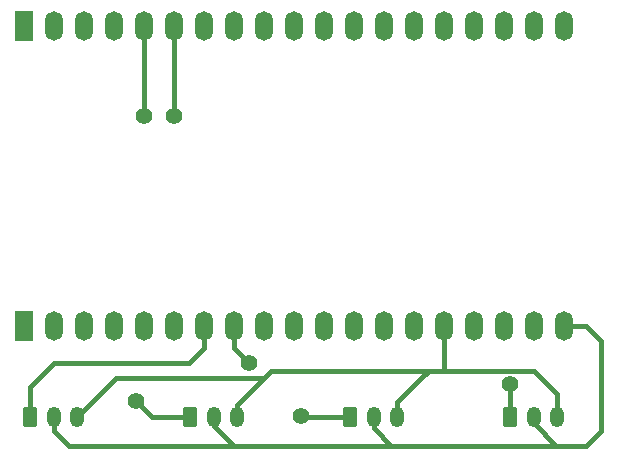
<source format=gbr>
%TF.GenerationSoftware,KiCad,Pcbnew,8.0.5*%
%TF.CreationDate,2024-10-23T10:28:48+02:00*%
%TF.ProjectId,Breakout board,42726561-6b6f-4757-9420-626f6172642e,rev?*%
%TF.SameCoordinates,Original*%
%TF.FileFunction,Copper,L2,Bot*%
%TF.FilePolarity,Positive*%
%FSLAX46Y46*%
G04 Gerber Fmt 4.6, Leading zero omitted, Abs format (unit mm)*
G04 Created by KiCad (PCBNEW 8.0.5) date 2024-10-23 10:28:48*
%MOMM*%
%LPD*%
G01*
G04 APERTURE LIST*
G04 Aperture macros list*
%AMRoundRect*
0 Rectangle with rounded corners*
0 $1 Rounding radius*
0 $2 $3 $4 $5 $6 $7 $8 $9 X,Y pos of 4 corners*
0 Add a 4 corners polygon primitive as box body*
4,1,4,$2,$3,$4,$5,$6,$7,$8,$9,$2,$3,0*
0 Add four circle primitives for the rounded corners*
1,1,$1+$1,$2,$3*
1,1,$1+$1,$4,$5*
1,1,$1+$1,$6,$7*
1,1,$1+$1,$8,$9*
0 Add four rect primitives between the rounded corners*
20,1,$1+$1,$2,$3,$4,$5,0*
20,1,$1+$1,$4,$5,$6,$7,0*
20,1,$1+$1,$6,$7,$8,$9,0*
20,1,$1+$1,$8,$9,$2,$3,0*%
G04 Aperture macros list end*
%TA.AperFunction,ComponentPad*%
%ADD10RoundRect,0.250000X-0.350000X-0.625000X0.350000X-0.625000X0.350000X0.625000X-0.350000X0.625000X0*%
%TD*%
%TA.AperFunction,ComponentPad*%
%ADD11O,1.200000X1.750000*%
%TD*%
%TA.AperFunction,ComponentPad*%
%ADD12R,1.500000X2.500000*%
%TD*%
%TA.AperFunction,ComponentPad*%
%ADD13O,1.500000X2.500000*%
%TD*%
%TA.AperFunction,ViaPad*%
%ADD14C,1.400000*%
%TD*%
%TA.AperFunction,Conductor*%
%ADD15C,0.400000*%
%TD*%
G04 APERTURE END LIST*
D10*
%TO.P,Temp,1,Pin_1*%
%TO.N,Net-(J2-GPIO_02)*%
X138546666Y-81370000D03*
D11*
%TO.P,Temp,2,Pin_2*%
%TO.N,Net-(J1-5V)*%
X140546666Y-81370000D03*
%TO.P,Temp,3,Pin_3*%
%TO.N,Net-(J1-GND)*%
X142546666Y-81370000D03*
%TD*%
D12*
%TO.P,J1,1,3V3*%
%TO.N,unconnected-(J1-3V3-Pad1)*%
X124460000Y-73660000D03*
D13*
%TO.P,J1,2,Restart*%
%TO.N,unconnected-(J1-Restart-Pad2)*%
X127000000Y-73660000D03*
%TO.P,J1,3,GPIO_36*%
%TO.N,unconnected-(J1-GPIO_36-Pad3)*%
X129540000Y-73660000D03*
%TO.P,J1,4,GPIO_39*%
%TO.N,unconnected-(J1-GPIO_39-Pad4)*%
X132080000Y-73660000D03*
%TO.P,J1,5,GPIO_34*%
%TO.N,unconnected-(J1-GPIO_34-Pad5)*%
X134620000Y-73660000D03*
%TO.P,J1,6,GPIO_35*%
%TO.N,unconnected-(J1-GPIO_35-Pad6)*%
X137160000Y-73660000D03*
%TO.P,J1,7,GPIO_32*%
%TO.N,Net-(J1-GPIO_32)*%
X139700000Y-73660000D03*
%TO.P,J1,8,GPIO_33*%
%TO.N,Net-(TDS1-Pin_1)*%
X142240000Y-73660000D03*
%TO.P,J1,9,GPIO_33*%
%TO.N,unconnected-(J1-GPIO_33-Pad9)*%
X144780000Y-73660000D03*
%TO.P,J1,10,GPIO_25*%
%TO.N,unconnected-(J1-GPIO_25-Pad10)*%
X147320000Y-73660000D03*
%TO.P,J1,11,GPIO_26*%
%TO.N,unconnected-(J1-GPIO_26-Pad11)*%
X149860000Y-73660000D03*
%TO.P,J1,12,GPIO_27*%
%TO.N,unconnected-(J1-GPIO_27-Pad12)*%
X152400000Y-73660000D03*
%TO.P,J1,13,GPIO_14*%
%TO.N,unconnected-(J1-GPIO_14-Pad13)*%
X154940000Y-73660000D03*
%TO.P,J1,14,GPIO_12*%
%TO.N,unconnected-(J1-GPIO_12-Pad14)*%
X157480000Y-73660000D03*
%TO.P,J1,15,GND*%
%TO.N,Net-(J1-GND)*%
X160020000Y-73660000D03*
%TO.P,J1,16,NO_USE*%
%TO.N,unconnected-(J1-NO_USE-Pad16)*%
X162560000Y-73660000D03*
%TO.P,J1,17,NO_USE*%
%TO.N,unconnected-(J1-NO_USE-Pad17)*%
X165100000Y-73660000D03*
%TO.P,J1,18,NO_USE*%
%TO.N,unconnected-(J1-NO_USE-Pad18)*%
X167640000Y-73660000D03*
%TO.P,J1,19,5V*%
%TO.N,Net-(J1-5V)*%
X170180000Y-73660000D03*
%TD*%
D12*
%TO.P,J2,1,Pin_1*%
%TO.N,unconnected-(J2-Pin_1-Pad1)*%
X124460000Y-48260000D03*
D13*
%TO.P,J2,2,Pin_2*%
%TO.N,unconnected-(J2-Pin_2-Pad2)*%
X127000000Y-48260000D03*
%TO.P,J2,3,NO_USE*%
%TO.N,unconnected-(J2-NO_USE-Pad3)*%
X129540000Y-48260000D03*
%TO.P,J2,4,Pin_4*%
%TO.N,unconnected-(J2-Pin_4-Pad4)*%
X132080000Y-48260000D03*
%TO.P,J2,5,GPIO_02*%
%TO.N,Net-(J2-GPIO_02)*%
X134620000Y-48260000D03*
%TO.P,J2,6,GPIO_00*%
%TO.N,Net-(J2-GPIO_00)*%
X137160000Y-48260000D03*
%TO.P,J2,7,Pin_7*%
%TO.N,unconnected-(J2-Pin_7-Pad7)*%
X139700000Y-48260000D03*
%TO.P,J2,8,Pin_8*%
%TO.N,unconnected-(J2-Pin_8-Pad8)*%
X142240000Y-48260000D03*
%TO.P,J2,9,Pin_9*%
%TO.N,unconnected-(J2-Pin_9-Pad9)*%
X144780000Y-48260000D03*
%TO.P,J2,10,Pin_10*%
%TO.N,unconnected-(J2-Pin_10-Pad10)*%
X147320000Y-48260000D03*
%TO.P,J2,11,Pin_11*%
%TO.N,unconnected-(J2-Pin_11-Pad11)*%
X149860000Y-48260000D03*
%TO.P,J2,12,Pin_12*%
%TO.N,unconnected-(J2-Pin_12-Pad12)*%
X152400000Y-48260000D03*
%TO.P,J2,13,Pin_13*%
%TO.N,unconnected-(J2-Pin_13-Pad13)*%
X154940000Y-48260000D03*
%TO.P,J2,14,Pin_14*%
%TO.N,unconnected-(J2-Pin_14-Pad14)*%
X157480000Y-48260000D03*
%TO.P,J2,15,Pin_15*%
%TO.N,unconnected-(J2-Pin_15-Pad15)*%
X160020000Y-48260000D03*
%TO.P,J2,16,Pin_16*%
%TO.N,unconnected-(J2-Pin_16-Pad16)*%
X162560000Y-48260000D03*
%TO.P,J2,17,Pin_17*%
%TO.N,unconnected-(J2-Pin_17-Pad17)*%
X165100000Y-48260000D03*
%TO.P,J2,18,Pin_18*%
%TO.N,unconnected-(J2-Pin_18-Pad18)*%
X167640000Y-48260000D03*
%TO.P,J2,19,Pin_19*%
%TO.N,unconnected-(J2-Pin_19-Pad19)*%
X170180000Y-48260000D03*
%TD*%
D10*
%TO.P,Trubiditet,1,Pin_1*%
%TO.N,Net-(J2-GPIO_00)*%
X165640000Y-81370000D03*
D11*
%TO.P,Trubiditet,2,Pin_2*%
%TO.N,Net-(J1-5V)*%
X167640000Y-81370000D03*
%TO.P,Trubiditet,3,Pin_3*%
%TO.N,Net-(J1-GND)*%
X169640000Y-81370000D03*
%TD*%
D10*
%TO.P,PH,1,Pin_1*%
%TO.N,Net-(J1-GPIO_32)*%
X125000000Y-81370000D03*
D11*
%TO.P,PH,2,Pin_2*%
%TO.N,Net-(J1-5V)*%
X127000000Y-81370000D03*
%TO.P,PH,3,Pin_3*%
%TO.N,Net-(J1-GND)*%
X129000000Y-81370000D03*
%TD*%
D10*
%TO.P,TDS,1,Pin_1*%
%TO.N,Net-(TDS1-Pin_1)*%
X152093332Y-81370000D03*
D11*
%TO.P,TDS,2,Pin_2*%
%TO.N,Net-(J1-5V)*%
X154093332Y-81370000D03*
%TO.P,TDS,3,Pin_3*%
%TO.N,Net-(J1-GND)*%
X156093332Y-81370000D03*
%TD*%
D14*
%TO.N,Net-(TDS1-Pin_1)*%
X143510000Y-76835000D03*
X147955000Y-81280000D03*
%TO.N,Net-(J2-GPIO_02)*%
X134620000Y-55880000D03*
X133985000Y-80010000D03*
%TO.N,Net-(J2-GPIO_00)*%
X137160000Y-55880000D03*
X165640000Y-78570000D03*
%TD*%
D15*
%TO.N,Net-(J1-GND)*%
X144780000Y-78105000D02*
X145415000Y-77470000D01*
X145415000Y-77470000D02*
X158750000Y-77470000D01*
%TO.N,Net-(J2-GPIO_00)*%
X165640000Y-78570000D02*
X165640000Y-81370000D01*
%TO.N,Net-(J1-GND)*%
X169640000Y-79467500D02*
X169640000Y-81370000D01*
X167642500Y-77470000D02*
X169640000Y-79467500D01*
X160020000Y-77470000D02*
X167642500Y-77470000D01*
X160020000Y-73660000D02*
X160020000Y-77470000D01*
X158750000Y-77470000D02*
X160020000Y-77470000D01*
X158115000Y-78105000D02*
X158750000Y-77470000D01*
%TO.N,Net-(J2-GPIO_02)*%
X135345000Y-81370000D02*
X138546666Y-81370000D01*
X133985000Y-80010000D02*
X135345000Y-81370000D01*
%TO.N,Net-(J1-GND)*%
X142546666Y-80338334D02*
X142546666Y-81370000D01*
X156093332Y-80126668D02*
X156093332Y-81370000D01*
X144780000Y-78105000D02*
X142546666Y-80338334D01*
X158115000Y-78105000D02*
X156093332Y-80126668D01*
%TO.N,Net-(J1-GPIO_32)*%
X139700000Y-75565000D02*
X139700000Y-73660000D01*
X135890000Y-76835000D02*
X138430000Y-76835000D01*
X125000000Y-78835000D02*
X127000000Y-76835000D01*
X127000000Y-76835000D02*
X135890000Y-76835000D01*
X125000000Y-81370000D02*
X125000000Y-78835000D01*
X138430000Y-76835000D02*
X139700000Y-75565000D01*
%TO.N,Net-(TDS1-Pin_1)*%
X148045000Y-81370000D02*
X152093332Y-81370000D01*
X147955000Y-81280000D02*
X148045000Y-81370000D01*
%TO.N,Net-(J1-5V)*%
X170815000Y-83820000D02*
X172085000Y-83820000D01*
X128270000Y-83820000D02*
X142240000Y-83820000D01*
X154093332Y-82338332D02*
X154093332Y-81370000D01*
X172085000Y-73660000D02*
X170180000Y-73660000D01*
X169545000Y-83820000D02*
X170815000Y-83820000D01*
X140546666Y-82126666D02*
X140546666Y-81370000D01*
X172085000Y-83820000D02*
X173355000Y-82550000D01*
X142240000Y-83820000D02*
X155575000Y-83820000D01*
X167640000Y-81370000D02*
X167640000Y-81915000D01*
X127000000Y-81370000D02*
X127000000Y-82550000D01*
X155575000Y-83820000D02*
X154093332Y-82338332D01*
X167640000Y-81915000D02*
X169545000Y-83820000D01*
X155575000Y-83820000D02*
X170815000Y-83820000D01*
X142240000Y-83820000D02*
X140546666Y-82126666D01*
X127000000Y-82550000D02*
X128270000Y-83820000D01*
X173355000Y-74930000D02*
X172085000Y-73660000D01*
X173355000Y-82550000D02*
X173355000Y-74930000D01*
%TO.N,Net-(J2-GPIO_02)*%
X134620000Y-55880000D02*
X134620000Y-48260000D01*
%TO.N,Net-(J2-GPIO_00)*%
X137160000Y-55880000D02*
X137160000Y-48260000D01*
%TO.N,Net-(J1-GND)*%
X132265000Y-78105000D02*
X144780000Y-78105000D01*
X129000000Y-81370000D02*
X132265000Y-78105000D01*
%TO.N,Net-(TDS1-Pin_1)*%
X143510000Y-76835000D02*
X142240000Y-75565000D01*
X142240000Y-75565000D02*
X142240000Y-73660000D01*
%TD*%
M02*

</source>
